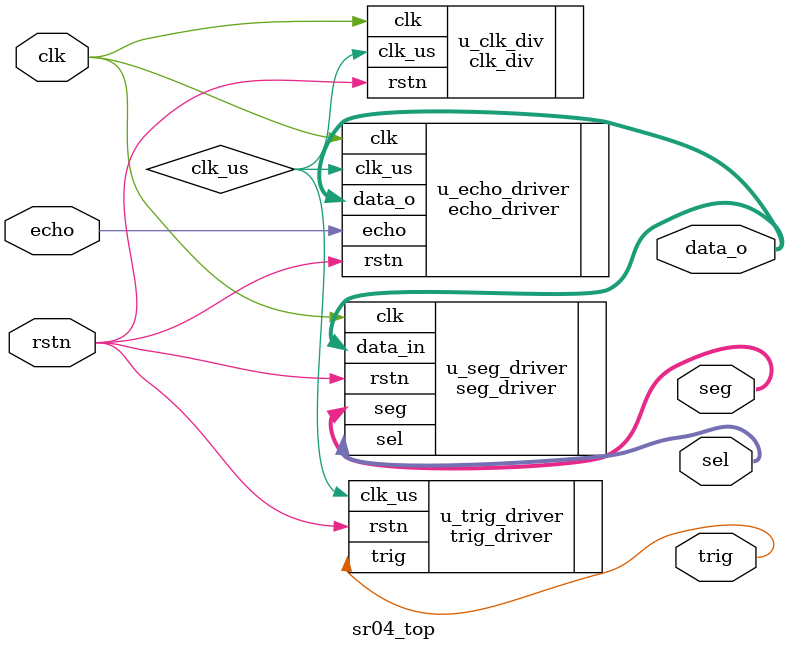
<source format=v>
module sr04_top (
    input   wire            clk         ,
    input   wire            rstn        ,
    input   wire            echo        , // 距离信号

    output  wire            trig        , // 触发测距信号 
    output  wire    [7 : 0] sel         ,
    output  wire    [7 : 0] seg         ,
    output  wire    [18: 0] data_o  
);

    wire        clk_us;

    clk_div	u_clk_div(
        .clk		(clk	), 
        .rstn		(rstn	),
        .clk_us		(clk_us )
	);

    trig_driver	u_trig_driver(
        .clk_us		(clk_us	),
        .rstn		(rstn	),
        .trig		(trig	)
    );

    echo_driver	u_echo_driver(
        .clk		(clk	),
        .clk_us		(clk_us	),
        .rstn		(rstn	),
        .echo		(echo	),
        .data_o		(data_o	)
    );

    seg_driver u_seg_driver(  
        .clk		(clk	),
        .rstn		(rstn	),
        .data_in	(data_o	), //待显示数据
        .sel		(sel	),	// 我这里是8位段选，可以换6位，但是要自己改代码
        .seg		(seg	)     
	);	

endmodule //sr04_top


</source>
